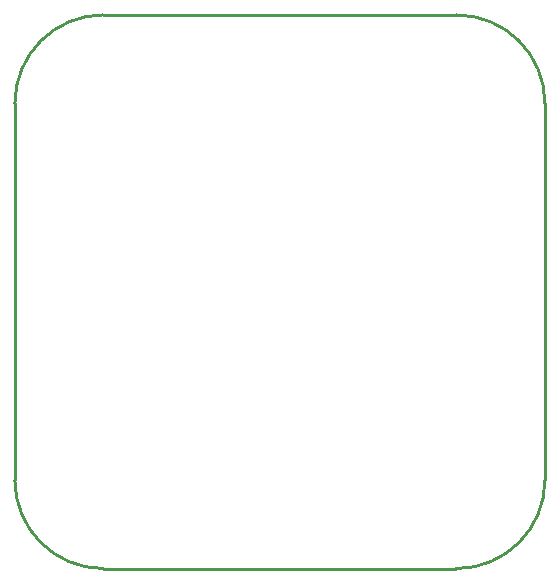
<source format=gm1>
G04*
G04 #@! TF.GenerationSoftware,Altium Limited,Altium Designer,25.8.1 (18)*
G04*
G04 Layer_Color=16711935*
%FSLAX26Y26*%
%MOIN*%
G70*
G04*
G04 #@! TF.SameCoordinates,AB66D781-FBCB-4B57-8275-DC7DE2197C71*
G04*
G04*
G04 #@! TF.FilePolarity,Positive*
G04*
G01*
G75*
%ADD16C,0.010000*%
D16*
X885827Y1235000D02*
G03*
X590551Y1530276I-295276J0D01*
G01*
X590543Y-315315D02*
G03*
X885819Y-20039I0J295276D01*
G01*
X-881268Y-20055D02*
G03*
X-585992Y-315331I295276J0D01*
G01*
X-586000Y1530276D02*
G03*
X-881276Y1235000I0J-295276D01*
G01*
X-586008Y-315315D02*
X590543Y-315315D01*
X-586000Y1530276D02*
X590551Y1530276D01*
X885827Y-20047D02*
X885827Y1235000D01*
X-881276Y-20047D02*
X-881276Y1235000D01*
M02*

</source>
